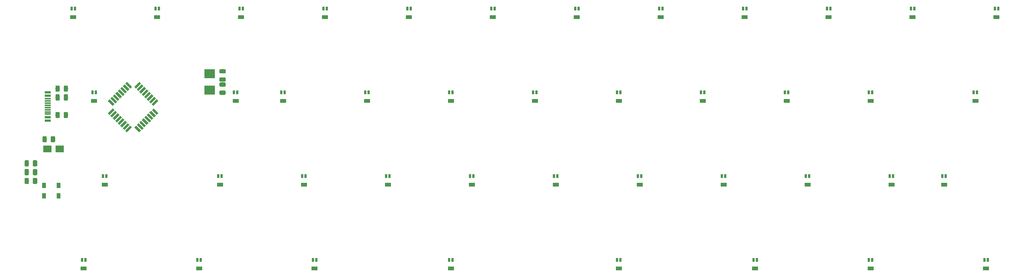
<source format=gbr>
G04 #@! TF.GenerationSoftware,KiCad,Pcbnew,(5.1.2)-2*
G04 #@! TF.CreationDate,2019-08-05T19:31:07+07:00*
G04 #@! TF.ProjectId,PCB,5043422e-6b69-4636-9164-5f7063625858,a*
G04 #@! TF.SameCoordinates,Original*
G04 #@! TF.FileFunction,Paste,Bot*
G04 #@! TF.FilePolarity,Positive*
%FSLAX46Y46*%
G04 Gerber Fmt 4.6, Leading zero omitted, Abs format (unit mm)*
G04 Created by KiCad (PCBNEW (5.1.2)-2) date 2019-08-05 19:31:07*
%MOMM*%
%LPD*%
G04 APERTURE LIST*
%ADD10C,0.100000*%
%ADD11C,0.975000*%
%ADD12R,0.900000X1.200000*%
%ADD13R,0.600000X0.889000*%
%ADD14R,1.397000X0.889000*%
%ADD15C,0.550000*%
%ADD16R,2.400000X2.000000*%
%ADD17R,1.450000X0.600000*%
%ADD18R,1.450000X0.300000*%
%ADD19R,1.950000X1.500000*%
G04 APERTURE END LIST*
D10*
G36*
X37480167Y-13576224D02*
G01*
X37503828Y-13579734D01*
X37527032Y-13585546D01*
X37549554Y-13593604D01*
X37571178Y-13603832D01*
X37591695Y-13616129D01*
X37610908Y-13630379D01*
X37628632Y-13646443D01*
X37644696Y-13664167D01*
X37658946Y-13683380D01*
X37671243Y-13703897D01*
X37681471Y-13725521D01*
X37689529Y-13748043D01*
X37695341Y-13771247D01*
X37698851Y-13794908D01*
X37700025Y-13818800D01*
X37700025Y-14306300D01*
X37698851Y-14330192D01*
X37695341Y-14353853D01*
X37689529Y-14377057D01*
X37681471Y-14399579D01*
X37671243Y-14421203D01*
X37658946Y-14441720D01*
X37644696Y-14460933D01*
X37628632Y-14478657D01*
X37610908Y-14494721D01*
X37591695Y-14508971D01*
X37571178Y-14521268D01*
X37549554Y-14531496D01*
X37527032Y-14539554D01*
X37503828Y-14545366D01*
X37480167Y-14548876D01*
X37456275Y-14550050D01*
X36543775Y-14550050D01*
X36519883Y-14548876D01*
X36496222Y-14545366D01*
X36473018Y-14539554D01*
X36450496Y-14531496D01*
X36428872Y-14521268D01*
X36408355Y-14508971D01*
X36389142Y-14494721D01*
X36371418Y-14478657D01*
X36355354Y-14460933D01*
X36341104Y-14441720D01*
X36328807Y-14421203D01*
X36318579Y-14399579D01*
X36310521Y-14377057D01*
X36304709Y-14353853D01*
X36301199Y-14330192D01*
X36300025Y-14306300D01*
X36300025Y-13818800D01*
X36301199Y-13794908D01*
X36304709Y-13771247D01*
X36310521Y-13748043D01*
X36318579Y-13725521D01*
X36328807Y-13703897D01*
X36341104Y-13683380D01*
X36355354Y-13664167D01*
X36371418Y-13646443D01*
X36389142Y-13630379D01*
X36408355Y-13616129D01*
X36428872Y-13603832D01*
X36450496Y-13593604D01*
X36473018Y-13585546D01*
X36496222Y-13579734D01*
X36519883Y-13576224D01*
X36543775Y-13575050D01*
X37456275Y-13575050D01*
X37480167Y-13576224D01*
X37480167Y-13576224D01*
G37*
D11*
X37000025Y-14062550D03*
D10*
G36*
X37480167Y-15451224D02*
G01*
X37503828Y-15454734D01*
X37527032Y-15460546D01*
X37549554Y-15468604D01*
X37571178Y-15478832D01*
X37591695Y-15491129D01*
X37610908Y-15505379D01*
X37628632Y-15521443D01*
X37644696Y-15539167D01*
X37658946Y-15558380D01*
X37671243Y-15578897D01*
X37681471Y-15600521D01*
X37689529Y-15623043D01*
X37695341Y-15646247D01*
X37698851Y-15669908D01*
X37700025Y-15693800D01*
X37700025Y-16181300D01*
X37698851Y-16205192D01*
X37695341Y-16228853D01*
X37689529Y-16252057D01*
X37681471Y-16274579D01*
X37671243Y-16296203D01*
X37658946Y-16316720D01*
X37644696Y-16335933D01*
X37628632Y-16353657D01*
X37610908Y-16369721D01*
X37591695Y-16383971D01*
X37571178Y-16396268D01*
X37549554Y-16406496D01*
X37527032Y-16414554D01*
X37503828Y-16420366D01*
X37480167Y-16423876D01*
X37456275Y-16425050D01*
X36543775Y-16425050D01*
X36519883Y-16423876D01*
X36496222Y-16420366D01*
X36473018Y-16414554D01*
X36450496Y-16406496D01*
X36428872Y-16396268D01*
X36408355Y-16383971D01*
X36389142Y-16369721D01*
X36371418Y-16353657D01*
X36355354Y-16335933D01*
X36341104Y-16316720D01*
X36328807Y-16296203D01*
X36318579Y-16274579D01*
X36310521Y-16252057D01*
X36304709Y-16228853D01*
X36301199Y-16205192D01*
X36300025Y-16181300D01*
X36300025Y-15693800D01*
X36301199Y-15669908D01*
X36304709Y-15646247D01*
X36310521Y-15623043D01*
X36318579Y-15600521D01*
X36328807Y-15578897D01*
X36341104Y-15558380D01*
X36355354Y-15539167D01*
X36371418Y-15521443D01*
X36389142Y-15505379D01*
X36408355Y-15491129D01*
X36428872Y-15478832D01*
X36450496Y-15468604D01*
X36473018Y-15460546D01*
X36496222Y-15454734D01*
X36519883Y-15451224D01*
X36543775Y-15450050D01*
X37456275Y-15450050D01*
X37480167Y-15451224D01*
X37480167Y-15451224D01*
G37*
D11*
X37000025Y-15937550D03*
D10*
G36*
X37480167Y-10576224D02*
G01*
X37503828Y-10579734D01*
X37527032Y-10585546D01*
X37549554Y-10593604D01*
X37571178Y-10603832D01*
X37591695Y-10616129D01*
X37610908Y-10630379D01*
X37628632Y-10646443D01*
X37644696Y-10664167D01*
X37658946Y-10683380D01*
X37671243Y-10703897D01*
X37681471Y-10725521D01*
X37689529Y-10748043D01*
X37695341Y-10771247D01*
X37698851Y-10794908D01*
X37700025Y-10818800D01*
X37700025Y-11306300D01*
X37698851Y-11330192D01*
X37695341Y-11353853D01*
X37689529Y-11377057D01*
X37681471Y-11399579D01*
X37671243Y-11421203D01*
X37658946Y-11441720D01*
X37644696Y-11460933D01*
X37628632Y-11478657D01*
X37610908Y-11494721D01*
X37591695Y-11508971D01*
X37571178Y-11521268D01*
X37549554Y-11531496D01*
X37527032Y-11539554D01*
X37503828Y-11545366D01*
X37480167Y-11548876D01*
X37456275Y-11550050D01*
X36543775Y-11550050D01*
X36519883Y-11548876D01*
X36496222Y-11545366D01*
X36473018Y-11539554D01*
X36450496Y-11531496D01*
X36428872Y-11521268D01*
X36408355Y-11508971D01*
X36389142Y-11494721D01*
X36371418Y-11478657D01*
X36355354Y-11460933D01*
X36341104Y-11441720D01*
X36328807Y-11421203D01*
X36318579Y-11399579D01*
X36310521Y-11377057D01*
X36304709Y-11353853D01*
X36301199Y-11330192D01*
X36300025Y-11306300D01*
X36300025Y-10818800D01*
X36301199Y-10794908D01*
X36304709Y-10771247D01*
X36310521Y-10748043D01*
X36318579Y-10725521D01*
X36328807Y-10703897D01*
X36341104Y-10683380D01*
X36355354Y-10664167D01*
X36371418Y-10646443D01*
X36389142Y-10630379D01*
X36408355Y-10616129D01*
X36428872Y-10603832D01*
X36450496Y-10593604D01*
X36473018Y-10585546D01*
X36496222Y-10579734D01*
X36519883Y-10576224D01*
X36543775Y-10575050D01*
X37456275Y-10575050D01*
X37480167Y-10576224D01*
X37480167Y-10576224D01*
G37*
D11*
X37000025Y-11062550D03*
D10*
G36*
X37480167Y-12451224D02*
G01*
X37503828Y-12454734D01*
X37527032Y-12460546D01*
X37549554Y-12468604D01*
X37571178Y-12478832D01*
X37591695Y-12491129D01*
X37610908Y-12505379D01*
X37628632Y-12521443D01*
X37644696Y-12539167D01*
X37658946Y-12558380D01*
X37671243Y-12578897D01*
X37681471Y-12600521D01*
X37689529Y-12623043D01*
X37695341Y-12646247D01*
X37698851Y-12669908D01*
X37700025Y-12693800D01*
X37700025Y-13181300D01*
X37698851Y-13205192D01*
X37695341Y-13228853D01*
X37689529Y-13252057D01*
X37681471Y-13274579D01*
X37671243Y-13296203D01*
X37658946Y-13316720D01*
X37644696Y-13335933D01*
X37628632Y-13353657D01*
X37610908Y-13369721D01*
X37591695Y-13383971D01*
X37571178Y-13396268D01*
X37549554Y-13406496D01*
X37527032Y-13414554D01*
X37503828Y-13420366D01*
X37480167Y-13423876D01*
X37456275Y-13425050D01*
X36543775Y-13425050D01*
X36519883Y-13423876D01*
X36496222Y-13420366D01*
X36473018Y-13414554D01*
X36450496Y-13406496D01*
X36428872Y-13396268D01*
X36408355Y-13383971D01*
X36389142Y-13369721D01*
X36371418Y-13353657D01*
X36355354Y-13335933D01*
X36341104Y-13316720D01*
X36328807Y-13296203D01*
X36318579Y-13274579D01*
X36310521Y-13252057D01*
X36304709Y-13228853D01*
X36301199Y-13205192D01*
X36300025Y-13181300D01*
X36300025Y-12693800D01*
X36301199Y-12669908D01*
X36304709Y-12646247D01*
X36310521Y-12623043D01*
X36318579Y-12600521D01*
X36328807Y-12578897D01*
X36341104Y-12558380D01*
X36355354Y-12539167D01*
X36371418Y-12521443D01*
X36389142Y-12505379D01*
X36408355Y-12491129D01*
X36428872Y-12478832D01*
X36450496Y-12468604D01*
X36473018Y-12460546D01*
X36496222Y-12454734D01*
X36519883Y-12451224D01*
X36543775Y-12450050D01*
X37456275Y-12450050D01*
X37480167Y-12451224D01*
X37480167Y-12451224D01*
G37*
D11*
X37000025Y-12937550D03*
D12*
X-3492450Y-39373725D03*
X-192450Y-39373725D03*
X-192450Y-36992475D03*
X-3492450Y-36992475D03*
D13*
X2719000Y3216000D03*
D14*
X3100000Y1247500D03*
D13*
X3481000Y3216000D03*
X8243500Y-15834000D03*
D14*
X7862500Y-17802500D03*
D13*
X7481500Y-15834000D03*
X10624750Y-34884000D03*
D14*
X10243750Y-36852500D03*
D13*
X9862750Y-34884000D03*
X5100250Y-53934000D03*
D14*
X5481250Y-55902500D03*
D13*
X5862250Y-53934000D03*
X21769000Y3216000D03*
D14*
X22150000Y1247500D03*
D13*
X22531000Y3216000D03*
X40381000Y-15834000D03*
D14*
X40000000Y-17802500D03*
D13*
X39619000Y-15834000D03*
X36056500Y-34884000D03*
D14*
X36437500Y-36852500D03*
D13*
X36818500Y-34884000D03*
X32056000Y-53934000D03*
D14*
X31675000Y-55902500D03*
D13*
X31294000Y-53934000D03*
X40819000Y3216000D03*
D14*
X41200000Y1247500D03*
D13*
X41581000Y3216000D03*
X51106000Y-15834000D03*
D14*
X50725000Y-17802500D03*
D13*
X50344000Y-15834000D03*
X55868500Y-34884000D03*
D14*
X55487500Y-36852500D03*
D13*
X55106500Y-34884000D03*
X57487750Y-53934000D03*
D14*
X57868750Y-55902500D03*
D13*
X58249750Y-53934000D03*
X59869000Y3216000D03*
D14*
X60250000Y1247500D03*
D13*
X60631000Y3216000D03*
X70156000Y-15834000D03*
D14*
X69775000Y-17802500D03*
D13*
X69394000Y-15834000D03*
X74156500Y-34884000D03*
D14*
X74537500Y-36852500D03*
D13*
X74918500Y-34884000D03*
X89206000Y-53934000D03*
D14*
X88825000Y-55902500D03*
D13*
X88444000Y-53934000D03*
X78919000Y3216000D03*
D14*
X79300000Y1247500D03*
D13*
X79681000Y3216000D03*
X88444000Y-15834000D03*
D14*
X88825000Y-17802500D03*
D13*
X89206000Y-15834000D03*
X93968500Y-34884000D03*
D14*
X93587500Y-36852500D03*
D13*
X93206500Y-34884000D03*
X98731000Y3216000D03*
D14*
X98350000Y1247500D03*
D13*
X97969000Y3216000D03*
X108256000Y-15834000D03*
D14*
X107875000Y-17802500D03*
D13*
X107494000Y-15834000D03*
X113018500Y-34884000D03*
D14*
X112637500Y-36852500D03*
D13*
X112256500Y-34884000D03*
X126544000Y-53934000D03*
D14*
X126925000Y-55902500D03*
D13*
X127306000Y-53934000D03*
X117781000Y3216000D03*
D14*
X117400000Y1247500D03*
D13*
X117019000Y3216000D03*
X126544000Y-15834000D03*
D14*
X126925000Y-17802500D03*
D13*
X127306000Y-15834000D03*
X131306500Y-34884000D03*
D14*
X131687500Y-36852500D03*
D13*
X132068500Y-34884000D03*
X136831000Y3216000D03*
D14*
X136450000Y1247500D03*
D13*
X136069000Y3216000D03*
X146356000Y-15834000D03*
D14*
X145975000Y-17802500D03*
D13*
X145594000Y-15834000D03*
X151118500Y-34884000D03*
D14*
X150737500Y-36852500D03*
D13*
X150356500Y-34884000D03*
X158262250Y-53934000D03*
D14*
X157881250Y-55902500D03*
D13*
X157500250Y-53934000D03*
X155881000Y3216000D03*
D14*
X155500000Y1247500D03*
D13*
X155119000Y3216000D03*
X164644000Y-15834000D03*
D14*
X165025000Y-17802500D03*
D13*
X165406000Y-15834000D03*
X169406500Y-34884000D03*
D14*
X169787500Y-36852500D03*
D13*
X170168500Y-34884000D03*
X183694000Y-53934000D03*
D14*
X184075000Y-55902500D03*
D13*
X184456000Y-53934000D03*
X174931000Y3216000D03*
D14*
X174550000Y1247500D03*
D13*
X174169000Y3216000D03*
X183694000Y-15834000D03*
D14*
X184075000Y-17802500D03*
D13*
X184456000Y-15834000D03*
X212269000Y3216000D03*
D14*
X212650000Y1247500D03*
D13*
X213031000Y3216000D03*
X193219000Y3216000D03*
D14*
X193600000Y1247500D03*
D13*
X193981000Y3216000D03*
X207506500Y-15834000D03*
D14*
X207887500Y-17802500D03*
D13*
X208268500Y-15834000D03*
X201124750Y-34884000D03*
D14*
X200743750Y-36852500D03*
D13*
X200362750Y-34884000D03*
X210649750Y-53934000D03*
D14*
X210268750Y-55902500D03*
D13*
X209887750Y-53934000D03*
X188456500Y-34884000D03*
D14*
X188837500Y-36852500D03*
D13*
X189218500Y-34884000D03*
D10*
G36*
X-169833Y-14301224D02*
G01*
X-146172Y-14304734D01*
X-122968Y-14310546D01*
X-100446Y-14318604D01*
X-78822Y-14328832D01*
X-58305Y-14341129D01*
X-39092Y-14355379D01*
X-21368Y-14371443D01*
X-5304Y-14389167D01*
X8946Y-14408380D01*
X21243Y-14428897D01*
X31471Y-14450521D01*
X39529Y-14473043D01*
X45341Y-14496247D01*
X48851Y-14519908D01*
X50025Y-14543800D01*
X50025Y-15456300D01*
X48851Y-15480192D01*
X45341Y-15503853D01*
X39529Y-15527057D01*
X31471Y-15549579D01*
X21243Y-15571203D01*
X8946Y-15591720D01*
X-5304Y-15610933D01*
X-21368Y-15628657D01*
X-39092Y-15644721D01*
X-58305Y-15658971D01*
X-78822Y-15671268D01*
X-100446Y-15681496D01*
X-122968Y-15689554D01*
X-146172Y-15695366D01*
X-169833Y-15698876D01*
X-193725Y-15700050D01*
X-681225Y-15700050D01*
X-705117Y-15698876D01*
X-728778Y-15695366D01*
X-751982Y-15689554D01*
X-774504Y-15681496D01*
X-796128Y-15671268D01*
X-816645Y-15658971D01*
X-835858Y-15644721D01*
X-853582Y-15628657D01*
X-869646Y-15610933D01*
X-883896Y-15591720D01*
X-896193Y-15571203D01*
X-906421Y-15549579D01*
X-914479Y-15527057D01*
X-920291Y-15503853D01*
X-923801Y-15480192D01*
X-924975Y-15456300D01*
X-924975Y-14543800D01*
X-923801Y-14519908D01*
X-920291Y-14496247D01*
X-914479Y-14473043D01*
X-906421Y-14450521D01*
X-896193Y-14428897D01*
X-883896Y-14408380D01*
X-869646Y-14389167D01*
X-853582Y-14371443D01*
X-835858Y-14355379D01*
X-816645Y-14341129D01*
X-796128Y-14328832D01*
X-774504Y-14318604D01*
X-751982Y-14310546D01*
X-728778Y-14304734D01*
X-705117Y-14301224D01*
X-681225Y-14300050D01*
X-193725Y-14300050D01*
X-169833Y-14301224D01*
X-169833Y-14301224D01*
G37*
D11*
X-437475Y-15000050D03*
D10*
G36*
X1705167Y-14301224D02*
G01*
X1728828Y-14304734D01*
X1752032Y-14310546D01*
X1774554Y-14318604D01*
X1796178Y-14328832D01*
X1816695Y-14341129D01*
X1835908Y-14355379D01*
X1853632Y-14371443D01*
X1869696Y-14389167D01*
X1883946Y-14408380D01*
X1896243Y-14428897D01*
X1906471Y-14450521D01*
X1914529Y-14473043D01*
X1920341Y-14496247D01*
X1923851Y-14519908D01*
X1925025Y-14543800D01*
X1925025Y-15456300D01*
X1923851Y-15480192D01*
X1920341Y-15503853D01*
X1914529Y-15527057D01*
X1906471Y-15549579D01*
X1896243Y-15571203D01*
X1883946Y-15591720D01*
X1869696Y-15610933D01*
X1853632Y-15628657D01*
X1835908Y-15644721D01*
X1816695Y-15658971D01*
X1796178Y-15671268D01*
X1774554Y-15681496D01*
X1752032Y-15689554D01*
X1728828Y-15695366D01*
X1705167Y-15698876D01*
X1681275Y-15700050D01*
X1193775Y-15700050D01*
X1169883Y-15698876D01*
X1146222Y-15695366D01*
X1123018Y-15689554D01*
X1100496Y-15681496D01*
X1078872Y-15671268D01*
X1058355Y-15658971D01*
X1039142Y-15644721D01*
X1021418Y-15628657D01*
X1005354Y-15610933D01*
X991104Y-15591720D01*
X978807Y-15571203D01*
X968579Y-15549579D01*
X960521Y-15527057D01*
X954709Y-15503853D01*
X951199Y-15480192D01*
X950025Y-15456300D01*
X950025Y-14543800D01*
X951199Y-14519908D01*
X954709Y-14496247D01*
X960521Y-14473043D01*
X968579Y-14450521D01*
X978807Y-14428897D01*
X991104Y-14408380D01*
X1005354Y-14389167D01*
X1021418Y-14371443D01*
X1039142Y-14355379D01*
X1058355Y-14341129D01*
X1078872Y-14328832D01*
X1100496Y-14318604D01*
X1123018Y-14310546D01*
X1146222Y-14304734D01*
X1169883Y-14301224D01*
X1193775Y-14300050D01*
X1681275Y-14300050D01*
X1705167Y-14301224D01*
X1705167Y-14301224D01*
G37*
D11*
X1437525Y-15000050D03*
D10*
G36*
X-5294833Y-35301224D02*
G01*
X-5271172Y-35304734D01*
X-5247968Y-35310546D01*
X-5225446Y-35318604D01*
X-5203822Y-35328832D01*
X-5183305Y-35341129D01*
X-5164092Y-35355379D01*
X-5146368Y-35371443D01*
X-5130304Y-35389167D01*
X-5116054Y-35408380D01*
X-5103757Y-35428897D01*
X-5093529Y-35450521D01*
X-5085471Y-35473043D01*
X-5079659Y-35496247D01*
X-5076149Y-35519908D01*
X-5074975Y-35543800D01*
X-5074975Y-36456300D01*
X-5076149Y-36480192D01*
X-5079659Y-36503853D01*
X-5085471Y-36527057D01*
X-5093529Y-36549579D01*
X-5103757Y-36571203D01*
X-5116054Y-36591720D01*
X-5130304Y-36610933D01*
X-5146368Y-36628657D01*
X-5164092Y-36644721D01*
X-5183305Y-36658971D01*
X-5203822Y-36671268D01*
X-5225446Y-36681496D01*
X-5247968Y-36689554D01*
X-5271172Y-36695366D01*
X-5294833Y-36698876D01*
X-5318725Y-36700050D01*
X-5806225Y-36700050D01*
X-5830117Y-36698876D01*
X-5853778Y-36695366D01*
X-5876982Y-36689554D01*
X-5899504Y-36681496D01*
X-5921128Y-36671268D01*
X-5941645Y-36658971D01*
X-5960858Y-36644721D01*
X-5978582Y-36628657D01*
X-5994646Y-36610933D01*
X-6008896Y-36591720D01*
X-6021193Y-36571203D01*
X-6031421Y-36549579D01*
X-6039479Y-36527057D01*
X-6045291Y-36503853D01*
X-6048801Y-36480192D01*
X-6049975Y-36456300D01*
X-6049975Y-35543800D01*
X-6048801Y-35519908D01*
X-6045291Y-35496247D01*
X-6039479Y-35473043D01*
X-6031421Y-35450521D01*
X-6021193Y-35428897D01*
X-6008896Y-35408380D01*
X-5994646Y-35389167D01*
X-5978582Y-35371443D01*
X-5960858Y-35355379D01*
X-5941645Y-35341129D01*
X-5921128Y-35328832D01*
X-5899504Y-35318604D01*
X-5876982Y-35310546D01*
X-5853778Y-35304734D01*
X-5830117Y-35301224D01*
X-5806225Y-35300050D01*
X-5318725Y-35300050D01*
X-5294833Y-35301224D01*
X-5294833Y-35301224D01*
G37*
D11*
X-5562475Y-36000050D03*
D10*
G36*
X-7169833Y-35301224D02*
G01*
X-7146172Y-35304734D01*
X-7122968Y-35310546D01*
X-7100446Y-35318604D01*
X-7078822Y-35328832D01*
X-7058305Y-35341129D01*
X-7039092Y-35355379D01*
X-7021368Y-35371443D01*
X-7005304Y-35389167D01*
X-6991054Y-35408380D01*
X-6978757Y-35428897D01*
X-6968529Y-35450521D01*
X-6960471Y-35473043D01*
X-6954659Y-35496247D01*
X-6951149Y-35519908D01*
X-6949975Y-35543800D01*
X-6949975Y-36456300D01*
X-6951149Y-36480192D01*
X-6954659Y-36503853D01*
X-6960471Y-36527057D01*
X-6968529Y-36549579D01*
X-6978757Y-36571203D01*
X-6991054Y-36591720D01*
X-7005304Y-36610933D01*
X-7021368Y-36628657D01*
X-7039092Y-36644721D01*
X-7058305Y-36658971D01*
X-7078822Y-36671268D01*
X-7100446Y-36681496D01*
X-7122968Y-36689554D01*
X-7146172Y-36695366D01*
X-7169833Y-36698876D01*
X-7193725Y-36700050D01*
X-7681225Y-36700050D01*
X-7705117Y-36698876D01*
X-7728778Y-36695366D01*
X-7751982Y-36689554D01*
X-7774504Y-36681496D01*
X-7796128Y-36671268D01*
X-7816645Y-36658971D01*
X-7835858Y-36644721D01*
X-7853582Y-36628657D01*
X-7869646Y-36610933D01*
X-7883896Y-36591720D01*
X-7896193Y-36571203D01*
X-7906421Y-36549579D01*
X-7914479Y-36527057D01*
X-7920291Y-36503853D01*
X-7923801Y-36480192D01*
X-7924975Y-36456300D01*
X-7924975Y-35543800D01*
X-7923801Y-35519908D01*
X-7920291Y-35496247D01*
X-7914479Y-35473043D01*
X-7906421Y-35450521D01*
X-7896193Y-35428897D01*
X-7883896Y-35408380D01*
X-7869646Y-35389167D01*
X-7853582Y-35371443D01*
X-7835858Y-35355379D01*
X-7816645Y-35341129D01*
X-7796128Y-35328832D01*
X-7774504Y-35318604D01*
X-7751982Y-35310546D01*
X-7728778Y-35304734D01*
X-7705117Y-35301224D01*
X-7681225Y-35300050D01*
X-7193725Y-35300050D01*
X-7169833Y-35301224D01*
X-7169833Y-35301224D01*
G37*
D11*
X-7437475Y-36000050D03*
D10*
G36*
X-7169833Y-33301224D02*
G01*
X-7146172Y-33304734D01*
X-7122968Y-33310546D01*
X-7100446Y-33318604D01*
X-7078822Y-33328832D01*
X-7058305Y-33341129D01*
X-7039092Y-33355379D01*
X-7021368Y-33371443D01*
X-7005304Y-33389167D01*
X-6991054Y-33408380D01*
X-6978757Y-33428897D01*
X-6968529Y-33450521D01*
X-6960471Y-33473043D01*
X-6954659Y-33496247D01*
X-6951149Y-33519908D01*
X-6949975Y-33543800D01*
X-6949975Y-34456300D01*
X-6951149Y-34480192D01*
X-6954659Y-34503853D01*
X-6960471Y-34527057D01*
X-6968529Y-34549579D01*
X-6978757Y-34571203D01*
X-6991054Y-34591720D01*
X-7005304Y-34610933D01*
X-7021368Y-34628657D01*
X-7039092Y-34644721D01*
X-7058305Y-34658971D01*
X-7078822Y-34671268D01*
X-7100446Y-34681496D01*
X-7122968Y-34689554D01*
X-7146172Y-34695366D01*
X-7169833Y-34698876D01*
X-7193725Y-34700050D01*
X-7681225Y-34700050D01*
X-7705117Y-34698876D01*
X-7728778Y-34695366D01*
X-7751982Y-34689554D01*
X-7774504Y-34681496D01*
X-7796128Y-34671268D01*
X-7816645Y-34658971D01*
X-7835858Y-34644721D01*
X-7853582Y-34628657D01*
X-7869646Y-34610933D01*
X-7883896Y-34591720D01*
X-7896193Y-34571203D01*
X-7906421Y-34549579D01*
X-7914479Y-34527057D01*
X-7920291Y-34503853D01*
X-7923801Y-34480192D01*
X-7924975Y-34456300D01*
X-7924975Y-33543800D01*
X-7923801Y-33519908D01*
X-7920291Y-33496247D01*
X-7914479Y-33473043D01*
X-7906421Y-33450521D01*
X-7896193Y-33428897D01*
X-7883896Y-33408380D01*
X-7869646Y-33389167D01*
X-7853582Y-33371443D01*
X-7835858Y-33355379D01*
X-7816645Y-33341129D01*
X-7796128Y-33328832D01*
X-7774504Y-33318604D01*
X-7751982Y-33310546D01*
X-7728778Y-33304734D01*
X-7705117Y-33301224D01*
X-7681225Y-33300050D01*
X-7193725Y-33300050D01*
X-7169833Y-33301224D01*
X-7169833Y-33301224D01*
G37*
D11*
X-7437475Y-34000050D03*
D10*
G36*
X-5294833Y-33301224D02*
G01*
X-5271172Y-33304734D01*
X-5247968Y-33310546D01*
X-5225446Y-33318604D01*
X-5203822Y-33328832D01*
X-5183305Y-33341129D01*
X-5164092Y-33355379D01*
X-5146368Y-33371443D01*
X-5130304Y-33389167D01*
X-5116054Y-33408380D01*
X-5103757Y-33428897D01*
X-5093529Y-33450521D01*
X-5085471Y-33473043D01*
X-5079659Y-33496247D01*
X-5076149Y-33519908D01*
X-5074975Y-33543800D01*
X-5074975Y-34456300D01*
X-5076149Y-34480192D01*
X-5079659Y-34503853D01*
X-5085471Y-34527057D01*
X-5093529Y-34549579D01*
X-5103757Y-34571203D01*
X-5116054Y-34591720D01*
X-5130304Y-34610933D01*
X-5146368Y-34628657D01*
X-5164092Y-34644721D01*
X-5183305Y-34658971D01*
X-5203822Y-34671268D01*
X-5225446Y-34681496D01*
X-5247968Y-34689554D01*
X-5271172Y-34695366D01*
X-5294833Y-34698876D01*
X-5318725Y-34700050D01*
X-5806225Y-34700050D01*
X-5830117Y-34698876D01*
X-5853778Y-34695366D01*
X-5876982Y-34689554D01*
X-5899504Y-34681496D01*
X-5921128Y-34671268D01*
X-5941645Y-34658971D01*
X-5960858Y-34644721D01*
X-5978582Y-34628657D01*
X-5994646Y-34610933D01*
X-6008896Y-34591720D01*
X-6021193Y-34571203D01*
X-6031421Y-34549579D01*
X-6039479Y-34527057D01*
X-6045291Y-34503853D01*
X-6048801Y-34480192D01*
X-6049975Y-34456300D01*
X-6049975Y-33543800D01*
X-6048801Y-33519908D01*
X-6045291Y-33496247D01*
X-6039479Y-33473043D01*
X-6031421Y-33450521D01*
X-6021193Y-33428897D01*
X-6008896Y-33408380D01*
X-5994646Y-33389167D01*
X-5978582Y-33371443D01*
X-5960858Y-33355379D01*
X-5941645Y-33341129D01*
X-5921128Y-33328832D01*
X-5899504Y-33318604D01*
X-5876982Y-33310546D01*
X-5853778Y-33304734D01*
X-5830117Y-33301224D01*
X-5806225Y-33300050D01*
X-5318725Y-33300050D01*
X-5294833Y-33301224D01*
X-5294833Y-33301224D01*
G37*
D11*
X-5562475Y-34000050D03*
D10*
G36*
X-7169833Y-31301224D02*
G01*
X-7146172Y-31304734D01*
X-7122968Y-31310546D01*
X-7100446Y-31318604D01*
X-7078822Y-31328832D01*
X-7058305Y-31341129D01*
X-7039092Y-31355379D01*
X-7021368Y-31371443D01*
X-7005304Y-31389167D01*
X-6991054Y-31408380D01*
X-6978757Y-31428897D01*
X-6968529Y-31450521D01*
X-6960471Y-31473043D01*
X-6954659Y-31496247D01*
X-6951149Y-31519908D01*
X-6949975Y-31543800D01*
X-6949975Y-32456300D01*
X-6951149Y-32480192D01*
X-6954659Y-32503853D01*
X-6960471Y-32527057D01*
X-6968529Y-32549579D01*
X-6978757Y-32571203D01*
X-6991054Y-32591720D01*
X-7005304Y-32610933D01*
X-7021368Y-32628657D01*
X-7039092Y-32644721D01*
X-7058305Y-32658971D01*
X-7078822Y-32671268D01*
X-7100446Y-32681496D01*
X-7122968Y-32689554D01*
X-7146172Y-32695366D01*
X-7169833Y-32698876D01*
X-7193725Y-32700050D01*
X-7681225Y-32700050D01*
X-7705117Y-32698876D01*
X-7728778Y-32695366D01*
X-7751982Y-32689554D01*
X-7774504Y-32681496D01*
X-7796128Y-32671268D01*
X-7816645Y-32658971D01*
X-7835858Y-32644721D01*
X-7853582Y-32628657D01*
X-7869646Y-32610933D01*
X-7883896Y-32591720D01*
X-7896193Y-32571203D01*
X-7906421Y-32549579D01*
X-7914479Y-32527057D01*
X-7920291Y-32503853D01*
X-7923801Y-32480192D01*
X-7924975Y-32456300D01*
X-7924975Y-31543800D01*
X-7923801Y-31519908D01*
X-7920291Y-31496247D01*
X-7914479Y-31473043D01*
X-7906421Y-31450521D01*
X-7896193Y-31428897D01*
X-7883896Y-31408380D01*
X-7869646Y-31389167D01*
X-7853582Y-31371443D01*
X-7835858Y-31355379D01*
X-7816645Y-31341129D01*
X-7796128Y-31328832D01*
X-7774504Y-31318604D01*
X-7751982Y-31310546D01*
X-7728778Y-31304734D01*
X-7705117Y-31301224D01*
X-7681225Y-31300050D01*
X-7193725Y-31300050D01*
X-7169833Y-31301224D01*
X-7169833Y-31301224D01*
G37*
D11*
X-7437475Y-32000050D03*
D10*
G36*
X-5294833Y-31301224D02*
G01*
X-5271172Y-31304734D01*
X-5247968Y-31310546D01*
X-5225446Y-31318604D01*
X-5203822Y-31328832D01*
X-5183305Y-31341129D01*
X-5164092Y-31355379D01*
X-5146368Y-31371443D01*
X-5130304Y-31389167D01*
X-5116054Y-31408380D01*
X-5103757Y-31428897D01*
X-5093529Y-31450521D01*
X-5085471Y-31473043D01*
X-5079659Y-31496247D01*
X-5076149Y-31519908D01*
X-5074975Y-31543800D01*
X-5074975Y-32456300D01*
X-5076149Y-32480192D01*
X-5079659Y-32503853D01*
X-5085471Y-32527057D01*
X-5093529Y-32549579D01*
X-5103757Y-32571203D01*
X-5116054Y-32591720D01*
X-5130304Y-32610933D01*
X-5146368Y-32628657D01*
X-5164092Y-32644721D01*
X-5183305Y-32658971D01*
X-5203822Y-32671268D01*
X-5225446Y-32681496D01*
X-5247968Y-32689554D01*
X-5271172Y-32695366D01*
X-5294833Y-32698876D01*
X-5318725Y-32700050D01*
X-5806225Y-32700050D01*
X-5830117Y-32698876D01*
X-5853778Y-32695366D01*
X-5876982Y-32689554D01*
X-5899504Y-32681496D01*
X-5921128Y-32671268D01*
X-5941645Y-32658971D01*
X-5960858Y-32644721D01*
X-5978582Y-32628657D01*
X-5994646Y-32610933D01*
X-6008896Y-32591720D01*
X-6021193Y-32571203D01*
X-6031421Y-32549579D01*
X-6039479Y-32527057D01*
X-6045291Y-32503853D01*
X-6048801Y-32480192D01*
X-6049975Y-32456300D01*
X-6049975Y-31543800D01*
X-6048801Y-31519908D01*
X-6045291Y-31496247D01*
X-6039479Y-31473043D01*
X-6031421Y-31450521D01*
X-6021193Y-31428897D01*
X-6008896Y-31408380D01*
X-5994646Y-31389167D01*
X-5978582Y-31371443D01*
X-5960858Y-31355379D01*
X-5941645Y-31341129D01*
X-5921128Y-31328832D01*
X-5899504Y-31318604D01*
X-5876982Y-31310546D01*
X-5853778Y-31304734D01*
X-5830117Y-31301224D01*
X-5806225Y-31300050D01*
X-5318725Y-31300050D01*
X-5294833Y-31301224D01*
X-5294833Y-31301224D01*
G37*
D11*
X-5562475Y-32000050D03*
D15*
X17725305Y-14214947D03*
D10*
G36*
X18096536Y-13454807D02*
G01*
X18485445Y-13843716D01*
X17354074Y-14975087D01*
X16965165Y-14586178D01*
X18096536Y-13454807D01*
X18096536Y-13454807D01*
G37*
D15*
X18290990Y-14780633D03*
D10*
G36*
X18662221Y-14020493D02*
G01*
X19051130Y-14409402D01*
X17919759Y-15540773D01*
X17530850Y-15151864D01*
X18662221Y-14020493D01*
X18662221Y-14020493D01*
G37*
D15*
X18856676Y-15346318D03*
D10*
G36*
X19227907Y-14586178D02*
G01*
X19616816Y-14975087D01*
X18485445Y-16106458D01*
X18096536Y-15717549D01*
X19227907Y-14586178D01*
X19227907Y-14586178D01*
G37*
D15*
X19422361Y-15912003D03*
D10*
G36*
X19793592Y-15151863D02*
G01*
X20182501Y-15540772D01*
X19051130Y-16672143D01*
X18662221Y-16283234D01*
X19793592Y-15151863D01*
X19793592Y-15151863D01*
G37*
D15*
X19988047Y-16477689D03*
D10*
G36*
X20359278Y-15717549D02*
G01*
X20748187Y-16106458D01*
X19616816Y-17237829D01*
X19227907Y-16848920D01*
X20359278Y-15717549D01*
X20359278Y-15717549D01*
G37*
D15*
X20553732Y-17043374D03*
D10*
G36*
X20924963Y-16283234D02*
G01*
X21313872Y-16672143D01*
X20182501Y-17803514D01*
X19793592Y-17414605D01*
X20924963Y-16283234D01*
X20924963Y-16283234D01*
G37*
D15*
X21119417Y-17609060D03*
D10*
G36*
X21490648Y-16848920D02*
G01*
X21879557Y-17237829D01*
X20748186Y-18369200D01*
X20359277Y-17980291D01*
X21490648Y-16848920D01*
X21490648Y-16848920D01*
G37*
D15*
X21685103Y-18174745D03*
D10*
G36*
X22056334Y-17414605D02*
G01*
X22445243Y-17803514D01*
X21313872Y-18934885D01*
X20924963Y-18545976D01*
X22056334Y-17414605D01*
X22056334Y-17414605D01*
G37*
D15*
X21685103Y-20225355D03*
D10*
G36*
X22409887Y-20561231D02*
G01*
X22020979Y-20950139D01*
X20960319Y-19889479D01*
X21349227Y-19500571D01*
X22409887Y-20561231D01*
X22409887Y-20561231D01*
G37*
D15*
X21119417Y-20791040D03*
D10*
G36*
X21879557Y-21162271D02*
G01*
X21490648Y-21551180D01*
X20359277Y-20419809D01*
X20748186Y-20030900D01*
X21879557Y-21162271D01*
X21879557Y-21162271D01*
G37*
D15*
X20553732Y-21356726D03*
D10*
G36*
X21313872Y-21727957D02*
G01*
X20924963Y-22116866D01*
X19793592Y-20985495D01*
X20182501Y-20596586D01*
X21313872Y-21727957D01*
X21313872Y-21727957D01*
G37*
D15*
X19988047Y-21922411D03*
D10*
G36*
X20748187Y-22293642D02*
G01*
X20359278Y-22682551D01*
X19227907Y-21551180D01*
X19616816Y-21162271D01*
X20748187Y-22293642D01*
X20748187Y-22293642D01*
G37*
D15*
X19422361Y-22488097D03*
D10*
G36*
X20182501Y-22859328D02*
G01*
X19793592Y-23248237D01*
X18662221Y-22116866D01*
X19051130Y-21727957D01*
X20182501Y-22859328D01*
X20182501Y-22859328D01*
G37*
D15*
X18856676Y-23053782D03*
D10*
G36*
X19616816Y-23425013D02*
G01*
X19227907Y-23813922D01*
X18096536Y-22682551D01*
X18485445Y-22293642D01*
X19616816Y-23425013D01*
X19616816Y-23425013D01*
G37*
D15*
X18290990Y-23619467D03*
D10*
G36*
X19051130Y-23990698D02*
G01*
X18662221Y-24379607D01*
X17530850Y-23248236D01*
X17919759Y-22859327D01*
X19051130Y-23990698D01*
X19051130Y-23990698D01*
G37*
D15*
X17725305Y-24185153D03*
D10*
G36*
X18485445Y-24556384D02*
G01*
X18096536Y-24945293D01*
X16965165Y-23813922D01*
X17354074Y-23425013D01*
X18485445Y-24556384D01*
X18485445Y-24556384D01*
G37*
D15*
X15674695Y-24185153D03*
D10*
G36*
X16045926Y-23425013D02*
G01*
X16434835Y-23813922D01*
X15303464Y-24945293D01*
X14914555Y-24556384D01*
X16045926Y-23425013D01*
X16045926Y-23425013D01*
G37*
D15*
X15109010Y-23619467D03*
D10*
G36*
X15480241Y-22859327D02*
G01*
X15869150Y-23248236D01*
X14737779Y-24379607D01*
X14348870Y-23990698D01*
X15480241Y-22859327D01*
X15480241Y-22859327D01*
G37*
D15*
X14543324Y-23053782D03*
D10*
G36*
X14914555Y-22293642D02*
G01*
X15303464Y-22682551D01*
X14172093Y-23813922D01*
X13783184Y-23425013D01*
X14914555Y-22293642D01*
X14914555Y-22293642D01*
G37*
D15*
X13977639Y-22488097D03*
D10*
G36*
X14348870Y-21727957D02*
G01*
X14737779Y-22116866D01*
X13606408Y-23248237D01*
X13217499Y-22859328D01*
X14348870Y-21727957D01*
X14348870Y-21727957D01*
G37*
D15*
X13411953Y-21922411D03*
D10*
G36*
X13783184Y-21162271D02*
G01*
X14172093Y-21551180D01*
X13040722Y-22682551D01*
X12651813Y-22293642D01*
X13783184Y-21162271D01*
X13783184Y-21162271D01*
G37*
D15*
X12846268Y-21356726D03*
D10*
G36*
X13217499Y-20596586D02*
G01*
X13606408Y-20985495D01*
X12475037Y-22116866D01*
X12086128Y-21727957D01*
X13217499Y-20596586D01*
X13217499Y-20596586D01*
G37*
D15*
X12280583Y-20791040D03*
D10*
G36*
X12651814Y-20030900D02*
G01*
X13040723Y-20419809D01*
X11909352Y-21551180D01*
X11520443Y-21162271D01*
X12651814Y-20030900D01*
X12651814Y-20030900D01*
G37*
D15*
X11714897Y-20225355D03*
D10*
G36*
X12086128Y-19465215D02*
G01*
X12475037Y-19854124D01*
X11343666Y-20985495D01*
X10954757Y-20596586D01*
X12086128Y-19465215D01*
X12086128Y-19465215D01*
G37*
D15*
X11714897Y-18174745D03*
D10*
G36*
X12475037Y-18545976D02*
G01*
X12086128Y-18934885D01*
X10954757Y-17803514D01*
X11343666Y-17414605D01*
X12475037Y-18545976D01*
X12475037Y-18545976D01*
G37*
D15*
X12280583Y-17609060D03*
D10*
G36*
X13040723Y-17980291D02*
G01*
X12651814Y-18369200D01*
X11520443Y-17237829D01*
X11909352Y-16848920D01*
X13040723Y-17980291D01*
X13040723Y-17980291D01*
G37*
D15*
X12846268Y-17043374D03*
D10*
G36*
X13606408Y-17414605D02*
G01*
X13217499Y-17803514D01*
X12086128Y-16672143D01*
X12475037Y-16283234D01*
X13606408Y-17414605D01*
X13606408Y-17414605D01*
G37*
D15*
X13411953Y-16477689D03*
D10*
G36*
X14172093Y-16848920D02*
G01*
X13783184Y-17237829D01*
X12651813Y-16106458D01*
X13040722Y-15717549D01*
X14172093Y-16848920D01*
X14172093Y-16848920D01*
G37*
D15*
X13977639Y-15912003D03*
D10*
G36*
X14737779Y-16283234D02*
G01*
X14348870Y-16672143D01*
X13217499Y-15540772D01*
X13606408Y-15151863D01*
X14737779Y-16283234D01*
X14737779Y-16283234D01*
G37*
D15*
X14543324Y-15346318D03*
D10*
G36*
X15303464Y-15717549D02*
G01*
X14914555Y-16106458D01*
X13783184Y-14975087D01*
X14172093Y-14586178D01*
X15303464Y-15717549D01*
X15303464Y-15717549D01*
G37*
D15*
X15109010Y-14780633D03*
D10*
G36*
X15869150Y-15151864D02*
G01*
X15480241Y-15540773D01*
X14348870Y-14409402D01*
X14737779Y-14020493D01*
X15869150Y-15151864D01*
X15869150Y-15151864D01*
G37*
D15*
X15674695Y-14214947D03*
D10*
G36*
X16434835Y-14586178D02*
G01*
X16045926Y-14975087D01*
X14914555Y-13843716D01*
X15303464Y-13454807D01*
X16434835Y-14586178D01*
X16434835Y-14586178D01*
G37*
D16*
X34080025Y-11650050D03*
X34080025Y-15350050D03*
D10*
G36*
X-169833Y-20301224D02*
G01*
X-146172Y-20304734D01*
X-122968Y-20310546D01*
X-100446Y-20318604D01*
X-78822Y-20328832D01*
X-58305Y-20341129D01*
X-39092Y-20355379D01*
X-21368Y-20371443D01*
X-5304Y-20389167D01*
X8946Y-20408380D01*
X21243Y-20428897D01*
X31471Y-20450521D01*
X39529Y-20473043D01*
X45341Y-20496247D01*
X48851Y-20519908D01*
X50025Y-20543800D01*
X50025Y-21456300D01*
X48851Y-21480192D01*
X45341Y-21503853D01*
X39529Y-21527057D01*
X31471Y-21549579D01*
X21243Y-21571203D01*
X8946Y-21591720D01*
X-5304Y-21610933D01*
X-21368Y-21628657D01*
X-39092Y-21644721D01*
X-58305Y-21658971D01*
X-78822Y-21671268D01*
X-100446Y-21681496D01*
X-122968Y-21689554D01*
X-146172Y-21695366D01*
X-169833Y-21698876D01*
X-193725Y-21700050D01*
X-681225Y-21700050D01*
X-705117Y-21698876D01*
X-728778Y-21695366D01*
X-751982Y-21689554D01*
X-774504Y-21681496D01*
X-796128Y-21671268D01*
X-816645Y-21658971D01*
X-835858Y-21644721D01*
X-853582Y-21628657D01*
X-869646Y-21610933D01*
X-883896Y-21591720D01*
X-896193Y-21571203D01*
X-906421Y-21549579D01*
X-914479Y-21527057D01*
X-920291Y-21503853D01*
X-923801Y-21480192D01*
X-924975Y-21456300D01*
X-924975Y-20543800D01*
X-923801Y-20519908D01*
X-920291Y-20496247D01*
X-914479Y-20473043D01*
X-906421Y-20450521D01*
X-896193Y-20428897D01*
X-883896Y-20408380D01*
X-869646Y-20389167D01*
X-853582Y-20371443D01*
X-835858Y-20355379D01*
X-816645Y-20341129D01*
X-796128Y-20328832D01*
X-774504Y-20318604D01*
X-751982Y-20310546D01*
X-728778Y-20304734D01*
X-705117Y-20301224D01*
X-681225Y-20300050D01*
X-193725Y-20300050D01*
X-169833Y-20301224D01*
X-169833Y-20301224D01*
G37*
D11*
X-437475Y-21000050D03*
D10*
G36*
X1705167Y-20301224D02*
G01*
X1728828Y-20304734D01*
X1752032Y-20310546D01*
X1774554Y-20318604D01*
X1796178Y-20328832D01*
X1816695Y-20341129D01*
X1835908Y-20355379D01*
X1853632Y-20371443D01*
X1869696Y-20389167D01*
X1883946Y-20408380D01*
X1896243Y-20428897D01*
X1906471Y-20450521D01*
X1914529Y-20473043D01*
X1920341Y-20496247D01*
X1923851Y-20519908D01*
X1925025Y-20543800D01*
X1925025Y-21456300D01*
X1923851Y-21480192D01*
X1920341Y-21503853D01*
X1914529Y-21527057D01*
X1906471Y-21549579D01*
X1896243Y-21571203D01*
X1883946Y-21591720D01*
X1869696Y-21610933D01*
X1853632Y-21628657D01*
X1835908Y-21644721D01*
X1816695Y-21658971D01*
X1796178Y-21671268D01*
X1774554Y-21681496D01*
X1752032Y-21689554D01*
X1728828Y-21695366D01*
X1705167Y-21698876D01*
X1681275Y-21700050D01*
X1193775Y-21700050D01*
X1169883Y-21698876D01*
X1146222Y-21695366D01*
X1123018Y-21689554D01*
X1100496Y-21681496D01*
X1078872Y-21671268D01*
X1058355Y-21658971D01*
X1039142Y-21644721D01*
X1021418Y-21628657D01*
X1005354Y-21610933D01*
X991104Y-21591720D01*
X978807Y-21571203D01*
X968579Y-21549579D01*
X960521Y-21527057D01*
X954709Y-21503853D01*
X951199Y-21480192D01*
X950025Y-21456300D01*
X950025Y-20543800D01*
X951199Y-20519908D01*
X954709Y-20496247D01*
X960521Y-20473043D01*
X968579Y-20450521D01*
X978807Y-20428897D01*
X991104Y-20408380D01*
X1005354Y-20389167D01*
X1021418Y-20371443D01*
X1039142Y-20355379D01*
X1058355Y-20341129D01*
X1078872Y-20328832D01*
X1100496Y-20318604D01*
X1123018Y-20310546D01*
X1146222Y-20304734D01*
X1169883Y-20301224D01*
X1193775Y-20300050D01*
X1681275Y-20300050D01*
X1705167Y-20301224D01*
X1705167Y-20301224D01*
G37*
D11*
X1437525Y-21000050D03*
D10*
G36*
X1705167Y-16301224D02*
G01*
X1728828Y-16304734D01*
X1752032Y-16310546D01*
X1774554Y-16318604D01*
X1796178Y-16328832D01*
X1816695Y-16341129D01*
X1835908Y-16355379D01*
X1853632Y-16371443D01*
X1869696Y-16389167D01*
X1883946Y-16408380D01*
X1896243Y-16428897D01*
X1906471Y-16450521D01*
X1914529Y-16473043D01*
X1920341Y-16496247D01*
X1923851Y-16519908D01*
X1925025Y-16543800D01*
X1925025Y-17456300D01*
X1923851Y-17480192D01*
X1920341Y-17503853D01*
X1914529Y-17527057D01*
X1906471Y-17549579D01*
X1896243Y-17571203D01*
X1883946Y-17591720D01*
X1869696Y-17610933D01*
X1853632Y-17628657D01*
X1835908Y-17644721D01*
X1816695Y-17658971D01*
X1796178Y-17671268D01*
X1774554Y-17681496D01*
X1752032Y-17689554D01*
X1728828Y-17695366D01*
X1705167Y-17698876D01*
X1681275Y-17700050D01*
X1193775Y-17700050D01*
X1169883Y-17698876D01*
X1146222Y-17695366D01*
X1123018Y-17689554D01*
X1100496Y-17681496D01*
X1078872Y-17671268D01*
X1058355Y-17658971D01*
X1039142Y-17644721D01*
X1021418Y-17628657D01*
X1005354Y-17610933D01*
X991104Y-17591720D01*
X978807Y-17571203D01*
X968579Y-17549579D01*
X960521Y-17527057D01*
X954709Y-17503853D01*
X951199Y-17480192D01*
X950025Y-17456300D01*
X950025Y-16543800D01*
X951199Y-16519908D01*
X954709Y-16496247D01*
X960521Y-16473043D01*
X968579Y-16450521D01*
X978807Y-16428897D01*
X991104Y-16408380D01*
X1005354Y-16389167D01*
X1021418Y-16371443D01*
X1039142Y-16355379D01*
X1058355Y-16341129D01*
X1078872Y-16328832D01*
X1100496Y-16318604D01*
X1123018Y-16310546D01*
X1146222Y-16304734D01*
X1169883Y-16301224D01*
X1193775Y-16300050D01*
X1681275Y-16300050D01*
X1705167Y-16301224D01*
X1705167Y-16301224D01*
G37*
D11*
X1437525Y-17000050D03*
D10*
G36*
X-169833Y-16301224D02*
G01*
X-146172Y-16304734D01*
X-122968Y-16310546D01*
X-100446Y-16318604D01*
X-78822Y-16328832D01*
X-58305Y-16341129D01*
X-39092Y-16355379D01*
X-21368Y-16371443D01*
X-5304Y-16389167D01*
X8946Y-16408380D01*
X21243Y-16428897D01*
X31471Y-16450521D01*
X39529Y-16473043D01*
X45341Y-16496247D01*
X48851Y-16519908D01*
X50025Y-16543800D01*
X50025Y-17456300D01*
X48851Y-17480192D01*
X45341Y-17503853D01*
X39529Y-17527057D01*
X31471Y-17549579D01*
X21243Y-17571203D01*
X8946Y-17591720D01*
X-5304Y-17610933D01*
X-21368Y-17628657D01*
X-39092Y-17644721D01*
X-58305Y-17658971D01*
X-78822Y-17671268D01*
X-100446Y-17681496D01*
X-122968Y-17689554D01*
X-146172Y-17695366D01*
X-169833Y-17698876D01*
X-193725Y-17700050D01*
X-681225Y-17700050D01*
X-705117Y-17698876D01*
X-728778Y-17695366D01*
X-751982Y-17689554D01*
X-774504Y-17681496D01*
X-796128Y-17671268D01*
X-816645Y-17658971D01*
X-835858Y-17644721D01*
X-853582Y-17628657D01*
X-869646Y-17610933D01*
X-883896Y-17591720D01*
X-896193Y-17571203D01*
X-906421Y-17549579D01*
X-914479Y-17527057D01*
X-920291Y-17503853D01*
X-923801Y-17480192D01*
X-924975Y-17456300D01*
X-924975Y-16543800D01*
X-923801Y-16519908D01*
X-920291Y-16496247D01*
X-914479Y-16473043D01*
X-906421Y-16450521D01*
X-896193Y-16428897D01*
X-883896Y-16408380D01*
X-869646Y-16389167D01*
X-853582Y-16371443D01*
X-835858Y-16355379D01*
X-816645Y-16341129D01*
X-796128Y-16328832D01*
X-774504Y-16318604D01*
X-751982Y-16310546D01*
X-728778Y-16304734D01*
X-705117Y-16301224D01*
X-681225Y-16300050D01*
X-193725Y-16300050D01*
X-169833Y-16301224D01*
X-169833Y-16301224D01*
G37*
D11*
X-437475Y-17000050D03*
D17*
X-2705000Y-15825050D03*
X-2705000Y-22275050D03*
X-2705000Y-16600050D03*
X-2705000Y-21500050D03*
D18*
X-2705000Y-20800050D03*
X-2705000Y-17300050D03*
X-2705000Y-20300050D03*
X-2705000Y-17800050D03*
X-2705000Y-19800050D03*
X-2705000Y-18300050D03*
X-2705000Y-18800050D03*
X-2705000Y-19300050D03*
D19*
X-2742714Y-28721649D03*
X7286Y-28721649D03*
D10*
G36*
X-3107572Y-25822823D02*
G01*
X-3083911Y-25826333D01*
X-3060707Y-25832145D01*
X-3038185Y-25840203D01*
X-3016561Y-25850431D01*
X-2996044Y-25862728D01*
X-2976831Y-25876978D01*
X-2959107Y-25893042D01*
X-2943043Y-25910766D01*
X-2928793Y-25929979D01*
X-2916496Y-25950496D01*
X-2906268Y-25972120D01*
X-2898210Y-25994642D01*
X-2892398Y-26017846D01*
X-2888888Y-26041507D01*
X-2887714Y-26065399D01*
X-2887714Y-26977899D01*
X-2888888Y-27001791D01*
X-2892398Y-27025452D01*
X-2898210Y-27048656D01*
X-2906268Y-27071178D01*
X-2916496Y-27092802D01*
X-2928793Y-27113319D01*
X-2943043Y-27132532D01*
X-2959107Y-27150256D01*
X-2976831Y-27166320D01*
X-2996044Y-27180570D01*
X-3016561Y-27192867D01*
X-3038185Y-27203095D01*
X-3060707Y-27211153D01*
X-3083911Y-27216965D01*
X-3107572Y-27220475D01*
X-3131464Y-27221649D01*
X-3618964Y-27221649D01*
X-3642856Y-27220475D01*
X-3666517Y-27216965D01*
X-3689721Y-27211153D01*
X-3712243Y-27203095D01*
X-3733867Y-27192867D01*
X-3754384Y-27180570D01*
X-3773597Y-27166320D01*
X-3791321Y-27150256D01*
X-3807385Y-27132532D01*
X-3821635Y-27113319D01*
X-3833932Y-27092802D01*
X-3844160Y-27071178D01*
X-3852218Y-27048656D01*
X-3858030Y-27025452D01*
X-3861540Y-27001791D01*
X-3862714Y-26977899D01*
X-3862714Y-26065399D01*
X-3861540Y-26041507D01*
X-3858030Y-26017846D01*
X-3852218Y-25994642D01*
X-3844160Y-25972120D01*
X-3833932Y-25950496D01*
X-3821635Y-25929979D01*
X-3807385Y-25910766D01*
X-3791321Y-25893042D01*
X-3773597Y-25876978D01*
X-3754384Y-25862728D01*
X-3733867Y-25850431D01*
X-3712243Y-25840203D01*
X-3689721Y-25832145D01*
X-3666517Y-25826333D01*
X-3642856Y-25822823D01*
X-3618964Y-25821649D01*
X-3131464Y-25821649D01*
X-3107572Y-25822823D01*
X-3107572Y-25822823D01*
G37*
D11*
X-3375214Y-26521649D03*
D10*
G36*
X-1232572Y-25822823D02*
G01*
X-1208911Y-25826333D01*
X-1185707Y-25832145D01*
X-1163185Y-25840203D01*
X-1141561Y-25850431D01*
X-1121044Y-25862728D01*
X-1101831Y-25876978D01*
X-1084107Y-25893042D01*
X-1068043Y-25910766D01*
X-1053793Y-25929979D01*
X-1041496Y-25950496D01*
X-1031268Y-25972120D01*
X-1023210Y-25994642D01*
X-1017398Y-26017846D01*
X-1013888Y-26041507D01*
X-1012714Y-26065399D01*
X-1012714Y-26977899D01*
X-1013888Y-27001791D01*
X-1017398Y-27025452D01*
X-1023210Y-27048656D01*
X-1031268Y-27071178D01*
X-1041496Y-27092802D01*
X-1053793Y-27113319D01*
X-1068043Y-27132532D01*
X-1084107Y-27150256D01*
X-1101831Y-27166320D01*
X-1121044Y-27180570D01*
X-1141561Y-27192867D01*
X-1163185Y-27203095D01*
X-1185707Y-27211153D01*
X-1208911Y-27216965D01*
X-1232572Y-27220475D01*
X-1256464Y-27221649D01*
X-1743964Y-27221649D01*
X-1767856Y-27220475D01*
X-1791517Y-27216965D01*
X-1814721Y-27211153D01*
X-1837243Y-27203095D01*
X-1858867Y-27192867D01*
X-1879384Y-27180570D01*
X-1898597Y-27166320D01*
X-1916321Y-27150256D01*
X-1932385Y-27132532D01*
X-1946635Y-27113319D01*
X-1958932Y-27092802D01*
X-1969160Y-27071178D01*
X-1977218Y-27048656D01*
X-1983030Y-27025452D01*
X-1986540Y-27001791D01*
X-1987714Y-26977899D01*
X-1987714Y-26065399D01*
X-1986540Y-26041507D01*
X-1983030Y-26017846D01*
X-1977218Y-25994642D01*
X-1969160Y-25972120D01*
X-1958932Y-25950496D01*
X-1946635Y-25929979D01*
X-1932385Y-25910766D01*
X-1916321Y-25893042D01*
X-1898597Y-25876978D01*
X-1879384Y-25862728D01*
X-1858867Y-25850431D01*
X-1837243Y-25840203D01*
X-1814721Y-25832145D01*
X-1791517Y-25826333D01*
X-1767856Y-25822823D01*
X-1743964Y-25821649D01*
X-1256464Y-25821649D01*
X-1232572Y-25822823D01*
X-1232572Y-25822823D01*
G37*
D11*
X-1500214Y-26521649D03*
M02*

</source>
